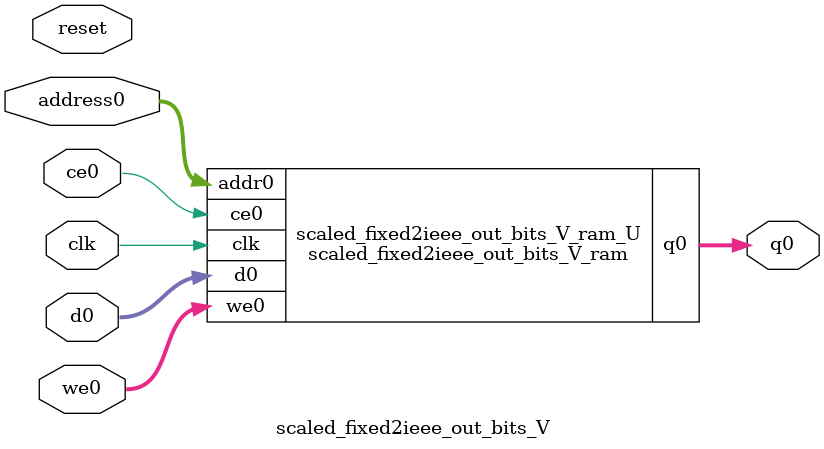
<source format=v>
`timescale 1 ns / 1 ps
module scaled_fixed2ieee_out_bits_V_ram (addr0, ce0, d0, we0, q0,  clk);

parameter DWIDTH = 32;
parameter AWIDTH = 2;
parameter MEM_SIZE = 4;
parameter COL_WIDTH = 8;
parameter NUM_COL = (DWIDTH/COL_WIDTH);

input[AWIDTH-1:0] addr0;
input ce0;
input[DWIDTH-1:0] d0;
input [NUM_COL-1:0] we0;
output reg[DWIDTH-1:0] q0;
input clk;

(* ram_style = "block" *)reg [DWIDTH-1:0] ram[0:MEM_SIZE-1];



genvar i;

generate
    for (i=0;i<NUM_COL;i=i+1) begin
        always @(posedge clk) begin
            if (ce0) begin
                if (we0[i]) begin
                    ram[addr0][i*COL_WIDTH +: COL_WIDTH] <= d0[i*COL_WIDTH +: COL_WIDTH]; 
                end
                q0[i*COL_WIDTH +: COL_WIDTH] <= ram[addr0][i*COL_WIDTH +: COL_WIDTH];
            end
        end
    end
endgenerate


endmodule

`timescale 1 ns / 1 ps
module scaled_fixed2ieee_out_bits_V(
    reset,
    clk,
    address0,
    ce0,
    we0,
    d0,
    q0);

parameter DataWidth = 32'd32;
parameter AddressRange = 32'd4;
parameter AddressWidth = 32'd2;
input reset;
input clk;
input[AddressWidth - 1:0] address0;
input ce0;
input[DataWidth/8 - 1:0] we0;
input[DataWidth - 1:0] d0;
output[DataWidth - 1:0] q0;



scaled_fixed2ieee_out_bits_V_ram scaled_fixed2ieee_out_bits_V_ram_U(
    .clk( clk ),
    .addr0( address0 ),
    .ce0( ce0 ),
    .we0( we0 ),
    .d0( d0 ),
    .q0( q0 ));

endmodule


</source>
